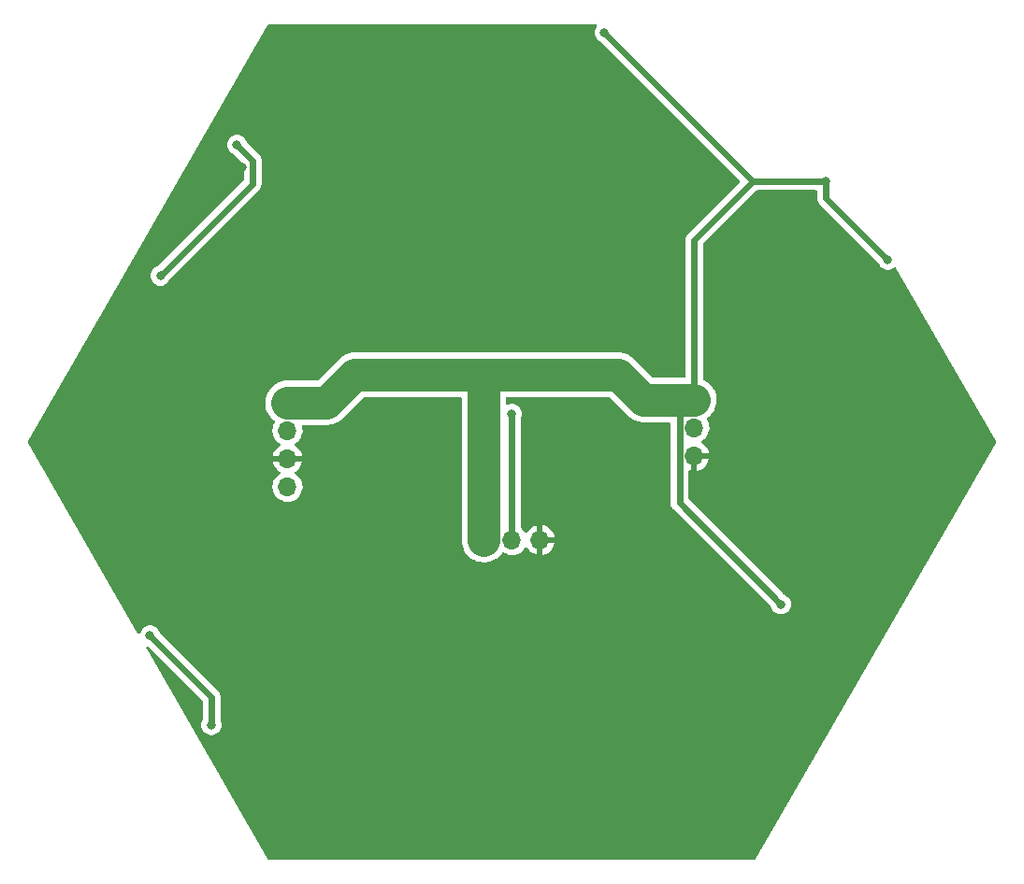
<source format=gbr>
%TF.GenerationSoftware,KiCad,Pcbnew,(6.0.4)*%
%TF.CreationDate,2022-04-25T15:33:24+02:00*%
%TF.ProjectId,HEX_PCB,4845585f-5043-4422-9e6b-696361645f70,rev?*%
%TF.SameCoordinates,Original*%
%TF.FileFunction,Copper,L2,Bot*%
%TF.FilePolarity,Positive*%
%FSLAX46Y46*%
G04 Gerber Fmt 4.6, Leading zero omitted, Abs format (unit mm)*
G04 Created by KiCad (PCBNEW (6.0.4)) date 2022-04-25 15:33:24*
%MOMM*%
%LPD*%
G01*
G04 APERTURE LIST*
%TA.AperFunction,ComponentPad*%
%ADD10R,1.700000X1.700000*%
%TD*%
%TA.AperFunction,ComponentPad*%
%ADD11O,1.700000X1.700000*%
%TD*%
%TA.AperFunction,ViaPad*%
%ADD12C,0.800000*%
%TD*%
%TA.AperFunction,Conductor*%
%ADD13C,3.000000*%
%TD*%
%TA.AperFunction,Conductor*%
%ADD14C,0.600000*%
%TD*%
G04 APERTURE END LIST*
D10*
%TO.P,J3,1,Pin_1*%
%TO.N,+5V*%
X99060000Y-123190000D03*
D11*
%TO.P,J3,2,Pin_2*%
%TO.N,SIG*%
X101600000Y-123190000D03*
%TO.P,J3,3,Pin_3*%
%TO.N,GND*%
X104140000Y-123190000D03*
%TD*%
D10*
%TO.P,J1,1,Pin_1*%
%TO.N,+5V*%
X81280000Y-110744000D03*
D11*
%TO.P,J1,2,Pin_2*%
%TO.N,DATA*%
X81280000Y-113284000D03*
%TO.P,J1,3,Pin_3*%
%TO.N,GND*%
X81280000Y-115824000D03*
%TO.P,J1,4,Pin_4*%
%TO.N,SIG*%
X81280000Y-118364000D03*
%TD*%
D10*
%TO.P,J2,1,Pin_1*%
%TO.N,+5V*%
X118110000Y-110490000D03*
D11*
%TO.P,J2,2,Pin_2*%
%TO.N,Net-(D6-Pad2)*%
X118110000Y-113030000D03*
%TO.P,J2,3,Pin_3*%
%TO.N,GND*%
X118110000Y-115570000D03*
%TD*%
D12*
%TO.N,+5V*%
X125951000Y-128999000D03*
X135636000Y-97790000D03*
X109982000Y-77216000D03*
X68834000Y-131826000D03*
X130048000Y-90678000D03*
X69779359Y-99243359D03*
X76708000Y-87376000D03*
X74387597Y-139954000D03*
%TO.N,GND*%
X96684480Y-149441520D03*
X71247000Y-130175000D03*
X131340718Y-100815282D03*
X135636000Y-99822000D03*
X77216000Y-89408000D03*
X136144000Y-126746000D03*
X108712000Y-80772000D03*
%TO.N,SIG*%
X101600000Y-111760000D03*
%TD*%
D13*
%TO.N,+5V*%
X97536000Y-108204000D02*
X111252000Y-108204000D01*
X84836000Y-110744000D02*
X87376000Y-108204000D01*
X99060000Y-109728000D02*
X99060000Y-123190000D01*
D14*
X74387597Y-137379597D02*
X68834000Y-131826000D01*
X97536000Y-108204000D02*
X99060000Y-109728000D01*
D13*
X87376000Y-108204000D02*
X97536000Y-108204000D01*
D14*
X130048000Y-90678000D02*
X130048000Y-92202000D01*
D13*
X111252000Y-108204000D02*
X113538000Y-110490000D01*
D14*
X118110000Y-96012000D02*
X123444000Y-90678000D01*
X78115511Y-90907207D02*
X78115511Y-88783511D01*
X118110000Y-110490000D02*
X118110000Y-96012000D01*
X116760489Y-119808489D02*
X116760489Y-111839511D01*
X125951000Y-128999000D02*
X116760489Y-119808489D01*
D13*
X113538000Y-110490000D02*
X118110000Y-110490000D01*
D14*
X74387597Y-139954000D02*
X74387597Y-137379597D01*
D13*
X81280000Y-110744000D02*
X84836000Y-110744000D01*
D14*
X123444000Y-90678000D02*
X109982000Y-77216000D01*
X69779359Y-99243359D02*
X78115511Y-90907207D01*
X130048000Y-90678000D02*
X123444000Y-90678000D01*
X130048000Y-92202000D02*
X135636000Y-97790000D01*
X78115511Y-88783511D02*
X76708000Y-87376000D01*
X116760489Y-111839511D02*
X118110000Y-110490000D01*
%TO.N,SIG*%
X101600000Y-111760000D02*
X101600000Y-123190000D01*
%TD*%
%TA.AperFunction,Conductor*%
%TO.N,GND*%
G36*
X109230272Y-76474502D02*
G01*
X109276765Y-76528158D01*
X109286869Y-76598432D01*
X109255789Y-76664808D01*
X109242960Y-76679056D01*
X109147473Y-76844444D01*
X109088458Y-77026072D01*
X109068496Y-77216000D01*
X109088458Y-77405928D01*
X109147473Y-77587556D01*
X109242960Y-77752944D01*
X109370747Y-77894866D01*
X109525248Y-78007118D01*
X109531276Y-78009802D01*
X109531278Y-78009803D01*
X109692242Y-78081468D01*
X109730088Y-78107480D01*
X122211513Y-90588905D01*
X122245539Y-90651217D01*
X122240474Y-90722032D01*
X122211513Y-90767095D01*
X117544842Y-95433766D01*
X117543905Y-95434694D01*
X117479493Y-95497771D01*
X117456002Y-95534221D01*
X117448583Y-95544546D01*
X117421524Y-95578443D01*
X117418459Y-95584784D01*
X117418458Y-95584785D01*
X117406928Y-95608637D01*
X117399399Y-95622054D01*
X117381235Y-95650238D01*
X117378827Y-95656855D01*
X117378824Y-95656860D01*
X117366408Y-95690973D01*
X117361447Y-95702716D01*
X117345646Y-95735403D01*
X117345644Y-95735408D01*
X117342579Y-95741749D01*
X117340996Y-95748607D01*
X117340995Y-95748609D01*
X117335035Y-95774426D01*
X117330668Y-95789169D01*
X117319197Y-95820685D01*
X117318314Y-95827675D01*
X117318312Y-95827683D01*
X117313762Y-95863701D01*
X117311526Y-95876253D01*
X117301776Y-95918485D01*
X117301751Y-95925531D01*
X117301751Y-95925534D01*
X117301634Y-95959056D01*
X117301605Y-95959938D01*
X117301500Y-95960769D01*
X117301500Y-95997572D01*
X117301143Y-96099870D01*
X117301411Y-96101070D01*
X117301500Y-96102707D01*
X117301500Y-108355500D01*
X117281498Y-108423621D01*
X117227842Y-108470114D01*
X117175500Y-108481500D01*
X114422138Y-108481500D01*
X114354017Y-108461498D01*
X114333043Y-108444595D01*
X112711765Y-106823317D01*
X112707224Y-106818533D01*
X112653566Y-106758940D01*
X112650629Y-106755678D01*
X112557295Y-106677360D01*
X112555642Y-106675949D01*
X112547103Y-106668526D01*
X112463697Y-106596023D01*
X112460011Y-106593629D01*
X112460004Y-106593624D01*
X112455397Y-106590632D01*
X112443039Y-106581488D01*
X112438826Y-106577953D01*
X112438819Y-106577948D01*
X112435450Y-106575121D01*
X112332162Y-106510580D01*
X112330306Y-106509398D01*
X112231809Y-106445433D01*
X112228118Y-106443036D01*
X112224123Y-106441173D01*
X112219143Y-106438850D01*
X112205637Y-106431518D01*
X112200968Y-106428601D01*
X112197236Y-106426269D01*
X112193224Y-106424483D01*
X112193217Y-106424479D01*
X112085968Y-106376729D01*
X112083967Y-106375817D01*
X111977525Y-106326182D01*
X111977522Y-106326181D01*
X111973540Y-106324324D01*
X111969151Y-106322982D01*
X111967742Y-106322552D01*
X111964070Y-106321429D01*
X111949663Y-106316042D01*
X111944650Y-106313810D01*
X111944649Y-106313810D01*
X111940625Y-106312018D01*
X111823505Y-106278435D01*
X111821417Y-106277817D01*
X111704917Y-106242199D01*
X111695135Y-106240650D01*
X111680119Y-106237320D01*
X111674843Y-106235807D01*
X111674844Y-106235807D01*
X111670610Y-106234593D01*
X111666257Y-106233981D01*
X111666251Y-106233980D01*
X111550022Y-106217646D01*
X111547845Y-106217321D01*
X111431824Y-106198944D01*
X111431823Y-106198944D01*
X111427480Y-106198256D01*
X111423084Y-106198179D01*
X111423080Y-106198179D01*
X111417570Y-106198083D01*
X111402240Y-106196876D01*
X111392448Y-106195500D01*
X111270688Y-106195500D01*
X111268489Y-106195481D01*
X111146626Y-106193354D01*
X111142270Y-106193889D01*
X111142267Y-106193889D01*
X111136796Y-106194561D01*
X111121440Y-106195500D01*
X87431889Y-106195500D01*
X87425295Y-106195327D01*
X87345258Y-106191132D01*
X87345252Y-106191132D01*
X87340861Y-106190902D01*
X87336484Y-106191285D01*
X87336479Y-106191285D01*
X87219482Y-106201521D01*
X87217290Y-106201693D01*
X87100173Y-106209882D01*
X87100168Y-106209883D01*
X87095788Y-106210189D01*
X87086107Y-106212247D01*
X87070900Y-106214519D01*
X87065425Y-106214998D01*
X87065412Y-106215000D01*
X87061034Y-106215383D01*
X87056755Y-106216371D01*
X87056748Y-106216372D01*
X86942305Y-106242793D01*
X86940160Y-106243268D01*
X86825337Y-106267675D01*
X86825330Y-106267677D01*
X86821030Y-106268591D01*
X86811719Y-106271980D01*
X86796981Y-106276345D01*
X86787337Y-106278572D01*
X86673622Y-106322223D01*
X86671591Y-106322982D01*
X86561207Y-106363158D01*
X86561198Y-106363162D01*
X86557074Y-106364663D01*
X86553202Y-106366722D01*
X86553190Y-106366727D01*
X86548325Y-106369314D01*
X86534334Y-106375690D01*
X86529207Y-106377658D01*
X86529200Y-106377661D01*
X86525098Y-106379236D01*
X86423424Y-106435595D01*
X86418569Y-106438286D01*
X86416658Y-106439324D01*
X86309058Y-106496536D01*
X86305499Y-106499122D01*
X86301056Y-106502350D01*
X86288073Y-106510621D01*
X86283275Y-106513280D01*
X86283266Y-106513286D01*
X86279421Y-106515417D01*
X86275906Y-106518066D01*
X86182146Y-106588719D01*
X86180378Y-106590027D01*
X86179546Y-106590632D01*
X86081808Y-106661642D01*
X86075801Y-106667443D01*
X86074679Y-106668526D01*
X86062987Y-106678511D01*
X86058606Y-106681813D01*
X86055087Y-106684465D01*
X85969012Y-106770540D01*
X85967444Y-106772082D01*
X85879748Y-106856769D01*
X85873685Y-106864530D01*
X85873647Y-106864578D01*
X85863452Y-106876100D01*
X84040957Y-108698595D01*
X83978645Y-108732621D01*
X83951862Y-108735500D01*
X81209854Y-108735500D01*
X81207668Y-108735653D01*
X81207664Y-108735653D01*
X81004173Y-108749882D01*
X81004168Y-108749883D01*
X80999788Y-108750189D01*
X80725030Y-108808591D01*
X80720901Y-108810094D01*
X80720897Y-108810095D01*
X80465219Y-108903154D01*
X80465215Y-108903156D01*
X80461074Y-108904663D01*
X80213058Y-109036536D01*
X80209499Y-109039122D01*
X80209497Y-109039123D01*
X80205981Y-109041678D01*
X79985808Y-109201642D01*
X79783748Y-109396769D01*
X79610812Y-109618118D01*
X79608616Y-109621922D01*
X79608611Y-109621929D01*
X79542888Y-109735765D01*
X79470364Y-109861381D01*
X79365138Y-110121824D01*
X79297183Y-110394376D01*
X79296724Y-110398744D01*
X79296723Y-110398749D01*
X79279288Y-110564636D01*
X79267822Y-110673733D01*
X79267975Y-110678121D01*
X79267975Y-110678127D01*
X79276865Y-110932680D01*
X79277625Y-110954458D01*
X79278387Y-110958781D01*
X79278388Y-110958788D01*
X79299961Y-111081134D01*
X79326402Y-111231087D01*
X79413203Y-111498235D01*
X79536340Y-111750702D01*
X79538795Y-111754341D01*
X79538798Y-111754347D01*
X79592366Y-111833764D01*
X79693415Y-111983576D01*
X79696360Y-111986847D01*
X79696361Y-111986848D01*
X79739674Y-112034952D01*
X79881371Y-112192322D01*
X80096550Y-112372879D01*
X80100283Y-112375211D01*
X80103840Y-112377796D01*
X80102775Y-112379262D01*
X80144958Y-112426716D01*
X80155952Y-112496856D01*
X80135105Y-112551510D01*
X80097658Y-112606406D01*
X80097655Y-112606411D01*
X80094743Y-112610680D01*
X80092570Y-112615362D01*
X80092568Y-112615365D01*
X80005777Y-112802342D01*
X80000688Y-112813305D01*
X79940989Y-113028570D01*
X79917251Y-113250695D01*
X79917548Y-113255848D01*
X79917548Y-113255851D01*
X79923011Y-113350590D01*
X79930110Y-113473715D01*
X79931247Y-113478761D01*
X79931248Y-113478767D01*
X79944249Y-113536453D01*
X79979222Y-113691639D01*
X80063266Y-113898616D01*
X80065965Y-113903020D01*
X80174705Y-114080468D01*
X80179987Y-114089088D01*
X80326250Y-114257938D01*
X80498126Y-114400632D01*
X80533365Y-114421224D01*
X80571955Y-114443774D01*
X80620679Y-114495412D01*
X80633750Y-114565195D01*
X80607019Y-114630967D01*
X80566562Y-114664327D01*
X80558457Y-114668546D01*
X80549738Y-114674036D01*
X80379433Y-114801905D01*
X80371726Y-114808748D01*
X80224590Y-114962717D01*
X80218104Y-114970727D01*
X80098098Y-115146649D01*
X80093000Y-115155623D01*
X80003338Y-115348783D01*
X79999775Y-115358470D01*
X79944389Y-115558183D01*
X79945912Y-115566607D01*
X79958292Y-115570000D01*
X82598344Y-115570000D01*
X82611875Y-115566027D01*
X82613180Y-115556947D01*
X82571214Y-115389875D01*
X82567894Y-115380124D01*
X82482972Y-115184814D01*
X82478105Y-115175739D01*
X82362426Y-114996926D01*
X82356136Y-114988757D01*
X82212806Y-114831240D01*
X82205273Y-114824215D01*
X82038139Y-114692222D01*
X82029556Y-114686520D01*
X81992602Y-114666120D01*
X81942631Y-114615687D01*
X81927859Y-114546245D01*
X81952975Y-114479839D01*
X81980327Y-114453232D01*
X82037964Y-114412120D01*
X82159860Y-114325173D01*
X82318096Y-114167489D01*
X82323700Y-114159691D01*
X82445435Y-113990277D01*
X82448453Y-113986077D01*
X82486403Y-113909292D01*
X82545136Y-113790453D01*
X82545137Y-113790451D01*
X82547430Y-113785811D01*
X82612370Y-113572069D01*
X82641529Y-113350590D01*
X82643156Y-113284000D01*
X82624852Y-113061361D01*
X82616975Y-113030000D01*
X82586631Y-112909195D01*
X82589435Y-112838254D01*
X82630148Y-112780091D01*
X82695844Y-112753172D01*
X82708835Y-112752500D01*
X84780105Y-112752500D01*
X84786699Y-112752673D01*
X84866741Y-112756868D01*
X84866747Y-112756868D01*
X84871138Y-112757098D01*
X84875515Y-112756715D01*
X84875519Y-112756715D01*
X84992514Y-112746479D01*
X84994707Y-112746307D01*
X85111827Y-112738118D01*
X85111833Y-112738117D01*
X85116212Y-112737811D01*
X85125893Y-112735753D01*
X85141100Y-112733481D01*
X85146575Y-112733002D01*
X85146588Y-112733000D01*
X85150966Y-112732617D01*
X85155245Y-112731629D01*
X85155252Y-112731628D01*
X85269695Y-112705207D01*
X85271840Y-112704732D01*
X85386663Y-112680325D01*
X85386670Y-112680323D01*
X85390970Y-112679409D01*
X85400281Y-112676020D01*
X85415019Y-112671655D01*
X85424663Y-112669428D01*
X85538400Y-112625769D01*
X85540431Y-112625010D01*
X85650782Y-112584846D01*
X85650791Y-112584842D01*
X85654926Y-112583337D01*
X85663664Y-112578691D01*
X85677652Y-112572317D01*
X85682786Y-112570346D01*
X85682798Y-112570341D01*
X85686902Y-112568765D01*
X85793521Y-112509664D01*
X85795388Y-112508652D01*
X85899058Y-112453530D01*
X85899067Y-112453524D01*
X85902942Y-112451464D01*
X85906499Y-112448879D01*
X85906505Y-112448876D01*
X85910953Y-112445645D01*
X85923927Y-112437379D01*
X85932579Y-112432583D01*
X86029844Y-112359289D01*
X86031598Y-112357991D01*
X86126637Y-112288941D01*
X86126638Y-112288940D01*
X86130192Y-112286358D01*
X86137320Y-112279475D01*
X86149012Y-112269490D01*
X86153393Y-112266188D01*
X86153394Y-112266187D01*
X86156912Y-112263536D01*
X86242988Y-112177460D01*
X86244556Y-112175918D01*
X86290494Y-112131556D01*
X86332252Y-112091231D01*
X86338353Y-112083422D01*
X86348548Y-112071900D01*
X88171043Y-110249405D01*
X88233355Y-110215379D01*
X88260138Y-110212500D01*
X96925500Y-110212500D01*
X96993621Y-110232502D01*
X97040114Y-110286158D01*
X97051500Y-110338500D01*
X97051500Y-123260146D01*
X97066189Y-123470212D01*
X97124591Y-123744970D01*
X97126094Y-123749099D01*
X97126095Y-123749103D01*
X97216941Y-123998699D01*
X97220663Y-124008926D01*
X97352536Y-124256942D01*
X97355122Y-124260501D01*
X97355123Y-124260503D01*
X97500546Y-124460661D01*
X97517642Y-124484192D01*
X97520698Y-124487356D01*
X97520700Y-124487359D01*
X97573982Y-124542534D01*
X97712769Y-124686252D01*
X97934118Y-124859188D01*
X97937922Y-124861384D01*
X97937929Y-124861389D01*
X98135067Y-124975206D01*
X98177381Y-124999636D01*
X98437824Y-125104862D01*
X98442097Y-125105927D01*
X98442099Y-125105928D01*
X98706107Y-125171753D01*
X98706112Y-125171754D01*
X98710376Y-125172817D01*
X98714744Y-125173276D01*
X98714749Y-125173277D01*
X98985364Y-125201719D01*
X98985367Y-125201719D01*
X98989733Y-125202178D01*
X98994121Y-125202025D01*
X98994127Y-125202025D01*
X99266061Y-125192529D01*
X99266067Y-125192528D01*
X99270458Y-125192375D01*
X99274781Y-125191613D01*
X99274788Y-125191612D01*
X99450494Y-125160630D01*
X99547087Y-125143598D01*
X99814235Y-125056797D01*
X99818188Y-125054869D01*
X99818193Y-125054867D01*
X99931432Y-124999636D01*
X100066702Y-124933660D01*
X100070341Y-124931205D01*
X100070347Y-124931202D01*
X100181125Y-124856481D01*
X100299576Y-124776585D01*
X100508322Y-124588629D01*
X100688879Y-124373450D01*
X100691214Y-124369714D01*
X100693794Y-124366162D01*
X100695464Y-124367375D01*
X100742212Y-124325770D01*
X100812346Y-124314735D01*
X100859640Y-124330891D01*
X100932472Y-124373450D01*
X101011000Y-124419338D01*
X101219692Y-124499030D01*
X101224760Y-124500061D01*
X101224763Y-124500062D01*
X101319862Y-124519410D01*
X101438597Y-124543567D01*
X101443772Y-124543757D01*
X101443774Y-124543757D01*
X101656673Y-124551564D01*
X101656677Y-124551564D01*
X101661837Y-124551753D01*
X101666957Y-124551097D01*
X101666959Y-124551097D01*
X101878288Y-124524025D01*
X101878289Y-124524025D01*
X101883416Y-124523368D01*
X101888366Y-124521883D01*
X102092429Y-124460661D01*
X102092434Y-124460659D01*
X102097384Y-124459174D01*
X102297994Y-124360896D01*
X102479860Y-124231173D01*
X102638096Y-124073489D01*
X102687468Y-124004781D01*
X102768453Y-123892077D01*
X102769640Y-123892930D01*
X102816960Y-123849362D01*
X102886897Y-123837145D01*
X102952338Y-123864678D01*
X102980166Y-123896511D01*
X103037694Y-123990388D01*
X103043777Y-123998699D01*
X103183213Y-124159667D01*
X103190580Y-124166883D01*
X103354434Y-124302916D01*
X103362881Y-124308831D01*
X103546756Y-124416279D01*
X103556042Y-124420729D01*
X103755001Y-124496703D01*
X103764899Y-124499579D01*
X103868250Y-124520606D01*
X103882299Y-124519410D01*
X103886000Y-124509065D01*
X103886000Y-124508517D01*
X104394000Y-124508517D01*
X104398064Y-124522359D01*
X104411478Y-124524393D01*
X104418184Y-124523534D01*
X104428262Y-124521392D01*
X104632255Y-124460191D01*
X104641842Y-124456433D01*
X104833095Y-124362739D01*
X104841945Y-124357464D01*
X105015328Y-124233792D01*
X105023200Y-124227139D01*
X105174052Y-124076812D01*
X105180730Y-124068965D01*
X105305003Y-123896020D01*
X105310313Y-123887183D01*
X105404670Y-123696267D01*
X105408469Y-123686672D01*
X105470377Y-123482910D01*
X105472555Y-123472837D01*
X105473986Y-123461962D01*
X105471775Y-123447778D01*
X105458617Y-123444000D01*
X104412115Y-123444000D01*
X104396876Y-123448475D01*
X104395671Y-123449865D01*
X104394000Y-123457548D01*
X104394000Y-124508517D01*
X103886000Y-124508517D01*
X103886000Y-122917885D01*
X104394000Y-122917885D01*
X104398475Y-122933124D01*
X104399865Y-122934329D01*
X104407548Y-122936000D01*
X105458344Y-122936000D01*
X105471875Y-122932027D01*
X105473180Y-122922947D01*
X105431214Y-122755875D01*
X105427894Y-122746124D01*
X105342972Y-122550814D01*
X105338105Y-122541739D01*
X105222426Y-122362926D01*
X105216136Y-122354757D01*
X105072806Y-122197240D01*
X105065273Y-122190215D01*
X104898139Y-122058222D01*
X104889552Y-122052517D01*
X104703117Y-121949599D01*
X104693705Y-121945369D01*
X104492959Y-121874280D01*
X104482988Y-121871646D01*
X104411837Y-121858972D01*
X104398540Y-121860432D01*
X104394000Y-121874989D01*
X104394000Y-122917885D01*
X103886000Y-122917885D01*
X103886000Y-121873102D01*
X103882082Y-121859758D01*
X103867806Y-121857771D01*
X103829324Y-121863660D01*
X103819288Y-121866051D01*
X103616868Y-121932212D01*
X103607359Y-121936209D01*
X103418463Y-122034542D01*
X103409738Y-122040036D01*
X103239433Y-122167905D01*
X103231726Y-122174748D01*
X103084590Y-122328717D01*
X103078109Y-122336722D01*
X102973498Y-122490074D01*
X102918587Y-122535076D01*
X102848062Y-122543247D01*
X102784315Y-122511993D01*
X102763618Y-122487509D01*
X102682822Y-122362617D01*
X102682820Y-122362614D01*
X102680014Y-122358277D01*
X102529670Y-122193051D01*
X102525625Y-122189857D01*
X102525616Y-122189848D01*
X102456408Y-122135191D01*
X102415345Y-122077274D01*
X102408500Y-122036309D01*
X102408500Y-112210397D01*
X102425380Y-112147398D01*
X102434527Y-112131556D01*
X102493542Y-111949928D01*
X102513504Y-111760000D01*
X102493542Y-111570072D01*
X102434527Y-111388444D01*
X102425391Y-111372619D01*
X102346089Y-111235265D01*
X102339040Y-111223056D01*
X102211253Y-111081134D01*
X102056752Y-110968882D01*
X102050724Y-110966198D01*
X102050722Y-110966197D01*
X101888319Y-110893891D01*
X101888318Y-110893891D01*
X101882288Y-110891206D01*
X101788887Y-110871353D01*
X101701944Y-110852872D01*
X101701939Y-110852872D01*
X101695487Y-110851500D01*
X101504513Y-110851500D01*
X101498061Y-110852872D01*
X101498056Y-110852872D01*
X101411113Y-110871353D01*
X101317712Y-110891206D01*
X101311682Y-110893891D01*
X101311681Y-110893891D01*
X101245749Y-110923246D01*
X101175382Y-110932680D01*
X101111085Y-110902574D01*
X101073271Y-110842485D01*
X101068500Y-110808139D01*
X101068500Y-110338500D01*
X101088502Y-110270379D01*
X101142158Y-110223886D01*
X101194500Y-110212500D01*
X110367862Y-110212500D01*
X110435983Y-110232502D01*
X110456957Y-110249405D01*
X112078235Y-111870683D01*
X112082776Y-111875467D01*
X112139371Y-111938322D01*
X112232675Y-112016614D01*
X112234346Y-112018042D01*
X112322974Y-112095085D01*
X112322982Y-112095091D01*
X112326302Y-112097977D01*
X112329984Y-112100368D01*
X112329993Y-112100375D01*
X112334607Y-112103371D01*
X112346963Y-112112514D01*
X112351171Y-112116044D01*
X112354550Y-112118879D01*
X112358285Y-112121213D01*
X112358292Y-112121218D01*
X112457837Y-112183420D01*
X112459681Y-112184594D01*
X112561882Y-112250964D01*
X112565869Y-112252823D01*
X112565874Y-112252826D01*
X112570857Y-112255150D01*
X112584363Y-112262482D01*
X112586050Y-112263536D01*
X112592764Y-112267731D01*
X112596776Y-112269517D01*
X112596783Y-112269521D01*
X112704032Y-112317271D01*
X112706033Y-112318183D01*
X112816460Y-112369676D01*
X112820654Y-112370958D01*
X112820672Y-112370965D01*
X112825933Y-112372573D01*
X112840338Y-112377958D01*
X112849375Y-112381982D01*
X112853601Y-112383194D01*
X112853607Y-112383196D01*
X112966451Y-112415553D01*
X112968559Y-112416177D01*
X113080871Y-112450514D01*
X113080877Y-112450515D01*
X113085082Y-112451801D01*
X113089430Y-112452490D01*
X113089431Y-112452490D01*
X113091100Y-112452754D01*
X113094860Y-112453350D01*
X113109866Y-112456677D01*
X113115157Y-112458194D01*
X113115167Y-112458196D01*
X113119390Y-112459407D01*
X113123743Y-112460019D01*
X113123744Y-112460019D01*
X113144476Y-112462933D01*
X113240035Y-112476363D01*
X113242092Y-112476670D01*
X113362520Y-112495744D01*
X113366918Y-112495821D01*
X113366922Y-112495821D01*
X113372430Y-112495917D01*
X113387760Y-112497124D01*
X113397552Y-112498500D01*
X113519312Y-112498500D01*
X113521510Y-112498519D01*
X113643374Y-112500646D01*
X113647730Y-112500111D01*
X113647733Y-112500111D01*
X113653204Y-112499439D01*
X113668560Y-112498500D01*
X115825989Y-112498500D01*
X115894110Y-112518502D01*
X115940603Y-112572158D01*
X115951989Y-112624500D01*
X115951989Y-119799275D01*
X115951982Y-119800595D01*
X115951038Y-119890710D01*
X115960200Y-119933086D01*
X115962258Y-119945652D01*
X115967092Y-119988744D01*
X115969408Y-119995395D01*
X115969409Y-119995399D01*
X115978122Y-120020419D01*
X115982285Y-120035231D01*
X115989370Y-120067999D01*
X116007697Y-120107302D01*
X116012479Y-120119078D01*
X116026744Y-120160041D01*
X116030478Y-120166016D01*
X116030479Y-120166019D01*
X116044516Y-120188484D01*
X116051855Y-120202001D01*
X116063048Y-120226003D01*
X116066027Y-120232391D01*
X116070344Y-120237956D01*
X116070345Y-120237958D01*
X116092595Y-120266642D01*
X116099891Y-120277101D01*
X116122863Y-120313865D01*
X116127823Y-120318860D01*
X116127824Y-120318861D01*
X116151465Y-120342668D01*
X116152050Y-120343293D01*
X116152567Y-120343959D01*
X116178557Y-120369949D01*
X116250674Y-120442571D01*
X116251711Y-120443229D01*
X116252940Y-120444332D01*
X125064908Y-129256300D01*
X125095646Y-129306458D01*
X125116473Y-129370556D01*
X125211960Y-129535944D01*
X125339747Y-129677866D01*
X125494248Y-129790118D01*
X125500276Y-129792802D01*
X125500278Y-129792803D01*
X125662681Y-129865109D01*
X125668712Y-129867794D01*
X125762113Y-129887647D01*
X125849056Y-129906128D01*
X125849061Y-129906128D01*
X125855513Y-129907500D01*
X126046487Y-129907500D01*
X126052939Y-129906128D01*
X126052944Y-129906128D01*
X126139887Y-129887647D01*
X126233288Y-129867794D01*
X126239319Y-129865109D01*
X126401722Y-129792803D01*
X126401724Y-129792802D01*
X126407752Y-129790118D01*
X126562253Y-129677866D01*
X126690040Y-129535944D01*
X126785527Y-129370556D01*
X126844542Y-129188928D01*
X126864504Y-128999000D01*
X126844542Y-128809072D01*
X126785527Y-128627444D01*
X126690040Y-128462056D01*
X126562253Y-128320134D01*
X126407752Y-128207882D01*
X126401724Y-128205198D01*
X126401722Y-128205197D01*
X126240756Y-128133531D01*
X126202910Y-128107519D01*
X117605894Y-119510502D01*
X117571868Y-119448190D01*
X117568989Y-119421407D01*
X117568989Y-116999194D01*
X117588991Y-116931073D01*
X117642647Y-116884580D01*
X117712921Y-116874476D01*
X117730144Y-116878198D01*
X117734891Y-116879577D01*
X117838250Y-116900606D01*
X117852299Y-116899410D01*
X117856000Y-116889065D01*
X117856000Y-116888517D01*
X118364000Y-116888517D01*
X118368064Y-116902359D01*
X118381478Y-116904393D01*
X118388184Y-116903534D01*
X118398262Y-116901392D01*
X118602255Y-116840191D01*
X118611842Y-116836433D01*
X118803095Y-116742739D01*
X118811945Y-116737464D01*
X118985328Y-116613792D01*
X118993200Y-116607139D01*
X119144052Y-116456812D01*
X119150730Y-116448965D01*
X119275003Y-116276020D01*
X119280313Y-116267183D01*
X119374670Y-116076267D01*
X119378469Y-116066672D01*
X119440377Y-115862910D01*
X119442555Y-115852837D01*
X119443986Y-115841962D01*
X119441775Y-115827778D01*
X119428617Y-115824000D01*
X118382115Y-115824000D01*
X118366876Y-115828475D01*
X118365671Y-115829865D01*
X118364000Y-115837548D01*
X118364000Y-116888517D01*
X117856000Y-116888517D01*
X117856000Y-115442000D01*
X117876002Y-115373879D01*
X117929658Y-115327386D01*
X117982000Y-115316000D01*
X119428344Y-115316000D01*
X119441875Y-115312027D01*
X119443180Y-115302947D01*
X119401214Y-115135875D01*
X119397894Y-115126124D01*
X119312972Y-114930814D01*
X119308105Y-114921739D01*
X119192426Y-114742926D01*
X119186136Y-114734757D01*
X119042806Y-114577240D01*
X119035273Y-114570215D01*
X118868139Y-114438222D01*
X118859556Y-114432520D01*
X118822602Y-114412120D01*
X118772631Y-114361687D01*
X118757859Y-114292245D01*
X118782975Y-114225839D01*
X118810327Y-114199232D01*
X118860713Y-114163292D01*
X118989860Y-114071173D01*
X119005759Y-114055330D01*
X119144435Y-113917137D01*
X119148096Y-113913489D01*
X119278453Y-113732077D01*
X119357534Y-113572069D01*
X119375136Y-113536453D01*
X119375137Y-113536451D01*
X119377430Y-113531811D01*
X119442370Y-113318069D01*
X119471529Y-113096590D01*
X119472390Y-113061361D01*
X119473074Y-113033365D01*
X119473074Y-113033361D01*
X119473156Y-113030000D01*
X119454852Y-112807361D01*
X119400431Y-112590702D01*
X119311354Y-112385840D01*
X119250310Y-112291480D01*
X119230103Y-112223421D01*
X119249899Y-112155240D01*
X119282042Y-112121105D01*
X119400623Y-112034952D01*
X119400632Y-112034945D01*
X119404192Y-112032358D01*
X119420496Y-112016614D01*
X119603087Y-111840287D01*
X119606252Y-111837231D01*
X119779188Y-111615882D01*
X119781384Y-111612078D01*
X119781389Y-111612071D01*
X119910499Y-111388444D01*
X119919636Y-111372619D01*
X120024862Y-111112176D01*
X120059622Y-110972763D01*
X120091753Y-110843893D01*
X120091754Y-110843888D01*
X120092817Y-110839624D01*
X120096127Y-110808139D01*
X120121719Y-110564636D01*
X120121719Y-110564633D01*
X120122178Y-110560267D01*
X120112375Y-110279542D01*
X120110760Y-110270379D01*
X120064360Y-110007236D01*
X120063598Y-110002913D01*
X119976797Y-109735765D01*
X119853660Y-109483298D01*
X119851205Y-109479659D01*
X119851202Y-109479653D01*
X119778110Y-109371290D01*
X119696585Y-109250424D01*
X119508629Y-109041678D01*
X119293450Y-108861121D01*
X119055236Y-108712269D01*
X119051225Y-108710483D01*
X119051219Y-108710480D01*
X118993250Y-108684670D01*
X118939155Y-108638690D01*
X118918500Y-108569564D01*
X118918500Y-96399082D01*
X118938502Y-96330961D01*
X118955405Y-96309987D01*
X123741987Y-91523405D01*
X123804299Y-91489379D01*
X123831082Y-91486500D01*
X129113500Y-91486500D01*
X129181621Y-91506502D01*
X129228114Y-91560158D01*
X129239500Y-91612500D01*
X129239500Y-92192786D01*
X129239493Y-92194106D01*
X129238549Y-92284221D01*
X129247711Y-92326597D01*
X129249769Y-92339163D01*
X129254603Y-92382255D01*
X129256919Y-92388906D01*
X129256920Y-92388910D01*
X129265633Y-92413930D01*
X129269796Y-92428742D01*
X129276881Y-92461510D01*
X129295208Y-92500813D01*
X129299990Y-92512589D01*
X129314255Y-92553552D01*
X129317989Y-92559527D01*
X129317990Y-92559530D01*
X129332027Y-92581995D01*
X129339366Y-92595512D01*
X129350559Y-92619514D01*
X129353538Y-92625902D01*
X129357855Y-92631467D01*
X129357856Y-92631469D01*
X129380106Y-92660153D01*
X129387402Y-92670612D01*
X129410374Y-92707376D01*
X129415334Y-92712371D01*
X129415335Y-92712372D01*
X129438976Y-92736179D01*
X129439561Y-92736804D01*
X129440078Y-92737470D01*
X129466068Y-92763460D01*
X129538185Y-92836082D01*
X129539222Y-92836740D01*
X129540451Y-92837843D01*
X134749908Y-98047300D01*
X134780646Y-98097458D01*
X134801473Y-98161556D01*
X134896960Y-98326944D01*
X134901378Y-98331851D01*
X134901379Y-98331852D01*
X134937969Y-98372489D01*
X135024747Y-98468866D01*
X135179248Y-98581118D01*
X135185276Y-98583802D01*
X135185278Y-98583803D01*
X135347681Y-98656109D01*
X135353712Y-98658794D01*
X135447113Y-98678647D01*
X135534056Y-98697128D01*
X135534061Y-98697128D01*
X135540513Y-98698500D01*
X135731487Y-98698500D01*
X135737939Y-98697128D01*
X135737944Y-98697128D01*
X135824887Y-98678647D01*
X135918288Y-98658794D01*
X135924319Y-98656109D01*
X136086722Y-98583803D01*
X136086724Y-98583802D01*
X136092752Y-98581118D01*
X136200651Y-98502725D01*
X136267517Y-98478867D01*
X136336669Y-98494947D01*
X136383885Y-98541758D01*
X140797225Y-106201693D01*
X145426895Y-114237098D01*
X145443572Y-114306108D01*
X145426895Y-114362902D01*
X123694468Y-152082402D01*
X123643130Y-152131442D01*
X123585293Y-152145500D01*
X79614707Y-152145500D01*
X79546586Y-152125498D01*
X79505532Y-152082402D01*
X68506541Y-132992200D01*
X68489864Y-132923190D01*
X68513145Y-132856119D01*
X68568991Y-132812282D01*
X68639672Y-132805596D01*
X68704811Y-132840203D01*
X73542192Y-137677584D01*
X73576218Y-137739896D01*
X73579097Y-137766679D01*
X73579097Y-139503603D01*
X73562217Y-139566602D01*
X73553070Y-139582444D01*
X73494055Y-139764072D01*
X73474093Y-139954000D01*
X73494055Y-140143928D01*
X73553070Y-140325556D01*
X73648557Y-140490944D01*
X73776344Y-140632866D01*
X73930845Y-140745118D01*
X73936873Y-140747802D01*
X73936875Y-140747803D01*
X74099278Y-140820109D01*
X74105309Y-140822794D01*
X74198709Y-140842647D01*
X74285653Y-140861128D01*
X74285658Y-140861128D01*
X74292110Y-140862500D01*
X74483084Y-140862500D01*
X74489536Y-140861128D01*
X74489541Y-140861128D01*
X74576485Y-140842647D01*
X74669885Y-140822794D01*
X74675916Y-140820109D01*
X74838319Y-140747803D01*
X74838321Y-140747802D01*
X74844349Y-140745118D01*
X74998850Y-140632866D01*
X75126637Y-140490944D01*
X75222124Y-140325556D01*
X75281139Y-140143928D01*
X75301101Y-139954000D01*
X75281139Y-139764072D01*
X75222124Y-139582444D01*
X75212977Y-139566602D01*
X75196097Y-139503603D01*
X75196097Y-137388762D01*
X75196104Y-137387443D01*
X75196973Y-137304418D01*
X75197047Y-137297376D01*
X75195560Y-137290498D01*
X75195559Y-137290488D01*
X75187888Y-137255010D01*
X75185827Y-137242428D01*
X75181779Y-137206340D01*
X75180994Y-137199342D01*
X75169965Y-137167671D01*
X75165802Y-137152862D01*
X75160204Y-137126968D01*
X75160203Y-137126965D01*
X75158716Y-137120087D01*
X75140389Y-137080784D01*
X75135607Y-137069008D01*
X75121342Y-137028045D01*
X75117607Y-137022067D01*
X75103570Y-136999602D01*
X75096231Y-136986085D01*
X75085036Y-136962078D01*
X75085034Y-136962074D01*
X75082059Y-136955695D01*
X75055489Y-136921441D01*
X75048195Y-136910985D01*
X75025223Y-136874221D01*
X74996614Y-136845412D01*
X74996031Y-136844789D01*
X74995518Y-136844127D01*
X74969671Y-136818280D01*
X74897412Y-136745515D01*
X74896374Y-136744856D01*
X74895141Y-136743750D01*
X69720092Y-131568700D01*
X69689354Y-131518542D01*
X69670568Y-131460725D01*
X69670567Y-131460724D01*
X69668527Y-131454444D01*
X69573040Y-131289056D01*
X69445253Y-131147134D01*
X69290752Y-131034882D01*
X69284724Y-131032198D01*
X69284722Y-131032197D01*
X69122319Y-130959891D01*
X69122318Y-130959891D01*
X69116288Y-130957206D01*
X69022888Y-130937353D01*
X68935944Y-130918872D01*
X68935939Y-130918872D01*
X68929487Y-130917500D01*
X68738513Y-130917500D01*
X68732061Y-130918872D01*
X68732056Y-130918872D01*
X68645112Y-130937353D01*
X68551712Y-130957206D01*
X68545682Y-130959891D01*
X68545681Y-130959891D01*
X68383278Y-131032197D01*
X68383276Y-131032198D01*
X68377248Y-131034882D01*
X68222747Y-131147134D01*
X68094960Y-131289056D01*
X67999473Y-131454444D01*
X67997431Y-131460729D01*
X67950394Y-131605493D01*
X67910320Y-131664099D01*
X67844924Y-131691736D01*
X67774967Y-131679629D01*
X67721386Y-131629459D01*
X60059184Y-118330695D01*
X79917251Y-118330695D01*
X79917548Y-118335848D01*
X79917548Y-118335851D01*
X79923011Y-118430590D01*
X79930110Y-118553715D01*
X79931247Y-118558761D01*
X79931248Y-118558767D01*
X79951119Y-118646939D01*
X79979222Y-118771639D01*
X80063266Y-118978616D01*
X80179987Y-119169088D01*
X80326250Y-119337938D01*
X80498126Y-119480632D01*
X80691000Y-119593338D01*
X80899692Y-119673030D01*
X80904760Y-119674061D01*
X80904763Y-119674062D01*
X81012017Y-119695883D01*
X81118597Y-119717567D01*
X81123772Y-119717757D01*
X81123774Y-119717757D01*
X81336673Y-119725564D01*
X81336677Y-119725564D01*
X81341837Y-119725753D01*
X81346957Y-119725097D01*
X81346959Y-119725097D01*
X81558288Y-119698025D01*
X81558289Y-119698025D01*
X81563416Y-119697368D01*
X81568366Y-119695883D01*
X81772429Y-119634661D01*
X81772434Y-119634659D01*
X81777384Y-119633174D01*
X81977994Y-119534896D01*
X82159860Y-119405173D01*
X82318096Y-119247489D01*
X82377594Y-119164689D01*
X82445435Y-119070277D01*
X82448453Y-119066077D01*
X82547430Y-118865811D01*
X82612370Y-118652069D01*
X82641529Y-118430590D01*
X82643156Y-118364000D01*
X82624852Y-118141361D01*
X82570431Y-117924702D01*
X82481354Y-117719840D01*
X82360014Y-117532277D01*
X82209670Y-117367051D01*
X82205619Y-117363852D01*
X82205615Y-117363848D01*
X82038414Y-117231800D01*
X82038410Y-117231798D01*
X82034359Y-117228598D01*
X81992569Y-117205529D01*
X81942598Y-117155097D01*
X81927826Y-117085654D01*
X81952942Y-117019248D01*
X81980294Y-116992641D01*
X82155328Y-116867792D01*
X82163200Y-116861139D01*
X82314052Y-116710812D01*
X82320730Y-116702965D01*
X82445003Y-116530020D01*
X82450313Y-116521183D01*
X82544670Y-116330267D01*
X82548469Y-116320672D01*
X82610377Y-116116910D01*
X82612555Y-116106837D01*
X82613986Y-116095962D01*
X82611775Y-116081778D01*
X82598617Y-116078000D01*
X79963225Y-116078000D01*
X79949694Y-116081973D01*
X79948257Y-116091966D01*
X79978565Y-116226446D01*
X79981645Y-116236275D01*
X80061770Y-116433603D01*
X80066413Y-116442794D01*
X80177694Y-116624388D01*
X80183777Y-116632699D01*
X80323213Y-116793667D01*
X80330580Y-116800883D01*
X80494434Y-116936916D01*
X80502881Y-116942831D01*
X80571969Y-116983203D01*
X80620693Y-117034842D01*
X80633764Y-117104625D01*
X80607033Y-117170396D01*
X80566584Y-117203752D01*
X80553607Y-117210507D01*
X80549474Y-117213610D01*
X80549471Y-117213612D01*
X80525247Y-117231800D01*
X80374965Y-117344635D01*
X80220629Y-117506138D01*
X80094743Y-117690680D01*
X80000688Y-117893305D01*
X79940989Y-118108570D01*
X79917251Y-118330695D01*
X60059184Y-118330695D01*
X57773105Y-114362902D01*
X57756428Y-114293892D01*
X57773105Y-114237098D01*
X66411882Y-99243359D01*
X68865855Y-99243359D01*
X68885817Y-99433287D01*
X68944832Y-99614915D01*
X69040319Y-99780303D01*
X69168106Y-99922225D01*
X69322607Y-100034477D01*
X69328635Y-100037161D01*
X69328637Y-100037162D01*
X69491040Y-100109468D01*
X69497071Y-100112153D01*
X69590472Y-100132006D01*
X69677415Y-100150487D01*
X69677420Y-100150487D01*
X69683872Y-100151859D01*
X69874846Y-100151859D01*
X69881298Y-100150487D01*
X69881303Y-100150487D01*
X69968247Y-100132006D01*
X70061647Y-100112153D01*
X70067678Y-100109468D01*
X70230081Y-100037162D01*
X70230083Y-100037161D01*
X70236111Y-100034477D01*
X70390612Y-99922225D01*
X70518399Y-99780303D01*
X70613886Y-99614915D01*
X70634713Y-99550817D01*
X70665451Y-99500659D01*
X78680669Y-91485441D01*
X78681606Y-91484513D01*
X78740986Y-91426364D01*
X78740987Y-91426363D01*
X78746018Y-91421436D01*
X78769509Y-91384986D01*
X78776928Y-91374661D01*
X78803987Y-91340764D01*
X78818584Y-91310569D01*
X78826113Y-91297152D01*
X78840459Y-91274891D01*
X78844276Y-91268969D01*
X78846684Y-91262352D01*
X78846687Y-91262347D01*
X78859103Y-91228234D01*
X78864064Y-91216491D01*
X78879865Y-91183804D01*
X78879867Y-91183799D01*
X78882932Y-91177458D01*
X78890476Y-91144779D01*
X78894843Y-91130038D01*
X78906314Y-91098522D01*
X78907197Y-91091532D01*
X78907199Y-91091524D01*
X78911749Y-91055506D01*
X78913985Y-91042954D01*
X78922149Y-91007593D01*
X78922149Y-91007590D01*
X78923735Y-91000722D01*
X78923877Y-90960151D01*
X78923906Y-90959269D01*
X78924011Y-90958438D01*
X78924011Y-90921635D01*
X78924177Y-90874206D01*
X78924356Y-90822864D01*
X78924356Y-90822859D01*
X78924368Y-90819337D01*
X78924100Y-90818137D01*
X78924011Y-90816500D01*
X78924011Y-88792676D01*
X78924018Y-88791357D01*
X78924887Y-88708332D01*
X78924961Y-88701290D01*
X78923474Y-88694412D01*
X78923473Y-88694402D01*
X78915802Y-88658924D01*
X78913741Y-88646342D01*
X78909693Y-88610254D01*
X78908908Y-88603256D01*
X78897879Y-88571585D01*
X78893716Y-88556776D01*
X78888118Y-88530882D01*
X78888117Y-88530879D01*
X78886630Y-88524001D01*
X78868303Y-88484698D01*
X78863521Y-88472922D01*
X78849256Y-88431959D01*
X78845521Y-88425981D01*
X78831484Y-88403516D01*
X78824145Y-88389999D01*
X78812952Y-88365997D01*
X78812951Y-88365996D01*
X78809973Y-88359609D01*
X78783405Y-88325358D01*
X78776109Y-88314899D01*
X78756869Y-88284107D01*
X78756867Y-88284104D01*
X78753137Y-88278135D01*
X78724535Y-88249332D01*
X78723950Y-88248707D01*
X78723433Y-88248041D01*
X78697443Y-88222051D01*
X78625326Y-88149429D01*
X78624289Y-88148771D01*
X78623060Y-88147668D01*
X77594092Y-87118700D01*
X77563354Y-87068542D01*
X77544568Y-87010725D01*
X77544567Y-87010724D01*
X77542527Y-87004444D01*
X77447040Y-86839056D01*
X77319253Y-86697134D01*
X77164752Y-86584882D01*
X77158724Y-86582198D01*
X77158722Y-86582197D01*
X76996319Y-86509891D01*
X76996318Y-86509891D01*
X76990288Y-86507206D01*
X76896887Y-86487353D01*
X76809944Y-86468872D01*
X76809939Y-86468872D01*
X76803487Y-86467500D01*
X76612513Y-86467500D01*
X76606061Y-86468872D01*
X76606056Y-86468872D01*
X76519113Y-86487353D01*
X76425712Y-86507206D01*
X76419682Y-86509891D01*
X76419681Y-86509891D01*
X76257278Y-86582197D01*
X76257276Y-86582198D01*
X76251248Y-86584882D01*
X76096747Y-86697134D01*
X75968960Y-86839056D01*
X75873473Y-87004444D01*
X75814458Y-87186072D01*
X75794496Y-87376000D01*
X75814458Y-87565928D01*
X75873473Y-87747556D01*
X75968960Y-87912944D01*
X76096747Y-88054866D01*
X76251248Y-88167118D01*
X76257276Y-88169802D01*
X76257278Y-88169803D01*
X76418242Y-88241468D01*
X76456088Y-88267480D01*
X77270106Y-89081498D01*
X77304132Y-89143810D01*
X77307011Y-89170593D01*
X77307011Y-90520126D01*
X77287009Y-90588247D01*
X77270106Y-90609221D01*
X69527447Y-98351879D01*
X69489601Y-98377891D01*
X69328637Y-98449556D01*
X69328635Y-98449557D01*
X69322607Y-98452241D01*
X69317266Y-98456121D01*
X69317265Y-98456122D01*
X69267202Y-98492495D01*
X69168106Y-98564493D01*
X69040319Y-98706415D01*
X68944832Y-98871803D01*
X68885817Y-99053431D01*
X68865855Y-99243359D01*
X66411882Y-99243359D01*
X79505532Y-76517598D01*
X79556870Y-76468558D01*
X79614707Y-76454500D01*
X109162151Y-76454500D01*
X109230272Y-76474502D01*
G37*
%TD.AperFunction*%
%TD*%
M02*

</source>
